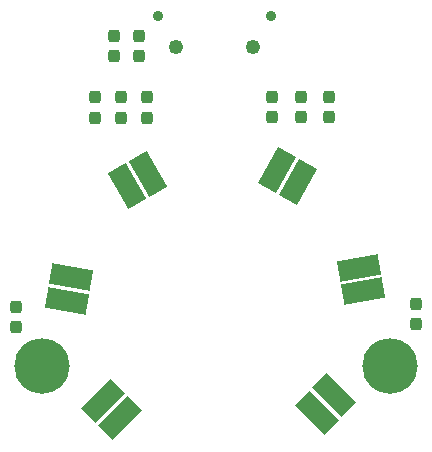
<source format=gts>
G04 #@! TF.GenerationSoftware,KiCad,Pcbnew,7.0.2*
G04 #@! TF.CreationDate,2023-08-16T09:20:42-04:00*
G04 #@! TF.ProjectId,Foras Promineo CLR PCB,466f7261-7320-4507-926f-6d696e656f20,rev?*
G04 #@! TF.SameCoordinates,PX4c4b400PY543a756*
G04 #@! TF.FileFunction,Soldermask,Top*
G04 #@! TF.FilePolarity,Negative*
%FSLAX46Y46*%
G04 Gerber Fmt 4.6, Leading zero omitted, Abs format (unit mm)*
G04 Created by KiCad (PCBNEW 7.0.2) date 2023-08-16 09:20:42*
%MOMM*%
%LPD*%
G01*
G04 APERTURE LIST*
G04 Aperture macros list*
%AMRoundRect*
0 Rectangle with rounded corners*
0 $1 Rounding radius*
0 $2 $3 $4 $5 $6 $7 $8 $9 X,Y pos of 4 corners*
0 Add a 4 corners polygon primitive as box body*
4,1,4,$2,$3,$4,$5,$6,$7,$8,$9,$2,$3,0*
0 Add four circle primitives for the rounded corners*
1,1,$1+$1,$2,$3*
1,1,$1+$1,$4,$5*
1,1,$1+$1,$6,$7*
1,1,$1+$1,$8,$9*
0 Add four rect primitives between the rounded corners*
20,1,$1+$1,$2,$3,$4,$5,0*
20,1,$1+$1,$4,$5,$6,$7,0*
20,1,$1+$1,$6,$7,$8,$9,0*
20,1,$1+$1,$8,$9,$2,$3,0*%
%AMRotRect*
0 Rectangle, with rotation*
0 The origin of the aperture is its center*
0 $1 length*
0 $2 width*
0 $3 Rotation angle, in degrees counterclockwise*
0 Add horizontal line*
21,1,$1,$2,0,0,$3*%
G04 Aperture macros list end*
%ADD10C,4.700000*%
%ADD11RotRect,1.750000X3.500000X280.000000*%
%ADD12RotRect,1.750000X3.500000X45.000000*%
%ADD13RotRect,1.750000X3.500000X330.857000*%
%ADD14RotRect,1.750000X3.500000X80.000000*%
%ADD15RotRect,1.750000X3.500000X30.000000*%
%ADD16RotRect,1.750000X3.500000X135.000000*%
%ADD17RoundRect,0.237500X0.237500X-0.300000X0.237500X0.300000X-0.237500X0.300000X-0.237500X-0.300000X0*%
%ADD18C,0.890000*%
%ADD19C,1.248000*%
G04 APERTURE END LIST*
D10*
G04 #@! TO.C,H2*
X14730000Y-5130000D03*
G04 #@! TD*
G04 #@! TO.C,H1*
X-14730000Y-5130000D03*
G04 #@! TD*
D11*
G04 #@! TO.C,D2*
X12487989Y1161402D03*
X12132011Y3180258D03*
G04 #@! TD*
D12*
G04 #@! TO.C,D3*
X10013784Y-7639386D03*
X8564216Y-9088954D03*
G04 #@! TD*
D13*
G04 #@! TO.C,D1*
X6982242Y10418664D03*
X5191758Y11416996D03*
G04 #@! TD*
D14*
G04 #@! TO.C,D5*
X-12243011Y2409258D03*
X-12598989Y390402D03*
G04 #@! TD*
D15*
G04 #@! TO.C,D6*
X-5762324Y11096330D03*
X-7537676Y10071330D03*
G04 #@! TD*
D16*
G04 #@! TO.C,D4*
X-8114216Y-9563954D03*
X-9563784Y-8114386D03*
G04 #@! TD*
D17*
G04 #@! TO.C,C1*
X-16920000Y-1852500D03*
X-16920000Y-127500D03*
G04 #@! TD*
G04 #@! TO.C,C2*
X16995000Y-1597500D03*
X16995000Y127500D03*
G04 #@! TD*
G04 #@! TO.C,R2*
X4800000Y15907330D03*
X4800000Y17632330D03*
G04 #@! TD*
G04 #@! TO.C,R4*
X7200000Y15907330D03*
X7200000Y17632330D03*
G04 #@! TD*
G04 #@! TO.C,R6*
X9600000Y15907330D03*
X9600000Y17632330D03*
G04 #@! TD*
G04 #@! TO.C,R8*
X-10200000Y15857330D03*
X-10200000Y17582330D03*
G04 #@! TD*
G04 #@! TO.C,R10*
X-8000000Y15857330D03*
X-8000000Y17582330D03*
G04 #@! TD*
G04 #@! TO.C,R12*
X-5800000Y15857330D03*
X-5800000Y17582330D03*
G04 #@! TD*
G04 #@! TO.C,C5*
X-8600000Y21057330D03*
X-8600000Y22782330D03*
G04 #@! TD*
G04 #@! TO.C,C6*
X-6500000Y21057330D03*
X-6500000Y22782330D03*
G04 #@! TD*
D18*
G04 #@! TO.C,J1*
X4650000Y24469830D03*
X-4850000Y24469830D03*
D19*
X-3350000Y21819830D03*
X3150000Y21819830D03*
G04 #@! TD*
M02*

</source>
